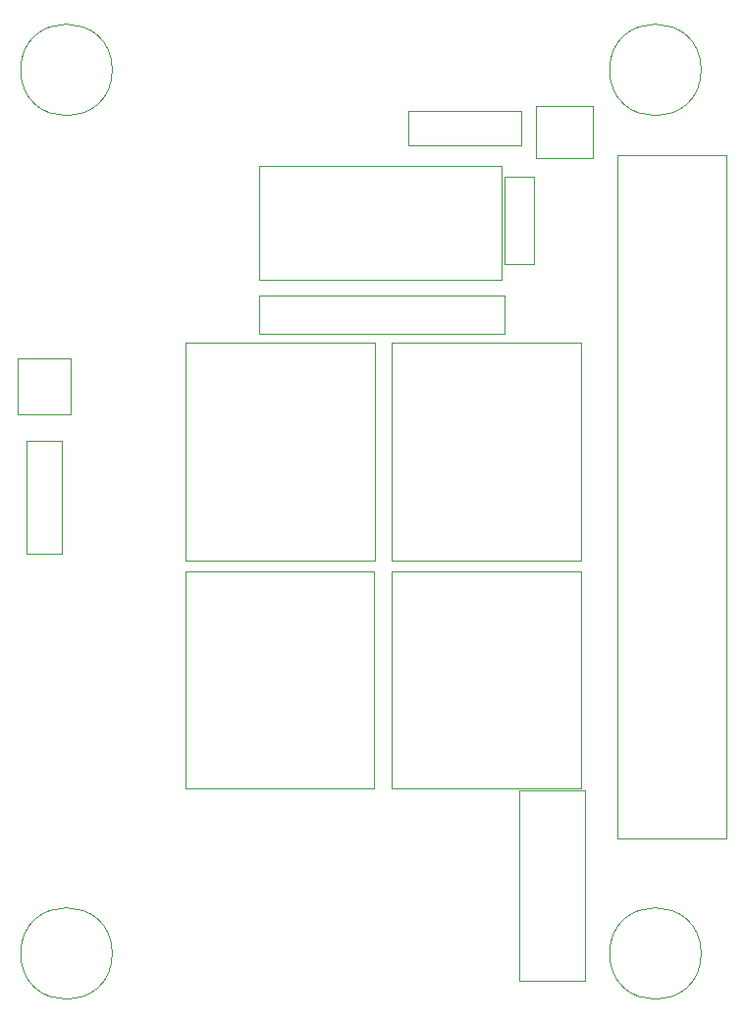
<source format=gbr>
G04 #@! TF.GenerationSoftware,KiCad,Pcbnew,(5.1.5)-3*
G04 #@! TF.CreationDate,2020-04-19T01:14:23-04:00*
G04 #@! TF.ProjectId,Pwr_Diff_Expansion,5077725f-4469-4666-965f-457870616e73,v1*
G04 #@! TF.SameCoordinates,Original*
G04 #@! TF.FileFunction,Other,User*
%FSLAX46Y46*%
G04 Gerber Fmt 4.6, Leading zero omitted, Abs format (unit mm)*
G04 Created by KiCad (PCBNEW (5.1.5)-3) date 2020-04-19 01:14:23*
%MOMM*%
%LPD*%
G04 APERTURE LIST*
%ADD10C,0.050000*%
G04 APERTURE END LIST*
D10*
X115749000Y-92651800D02*
X94549000Y-92651800D01*
X115749000Y-95951800D02*
X115749000Y-92651800D01*
X94549000Y-95951800D02*
X115749000Y-95951800D01*
X94549000Y-92651800D02*
X94549000Y-95951800D01*
X115451000Y-91317800D02*
X115451000Y-81517800D01*
X94601000Y-91317800D02*
X115451000Y-91317800D01*
X94601000Y-81517800D02*
X94601000Y-91317800D01*
X115451000Y-81517800D02*
X94601000Y-81517800D01*
X104531000Y-115502800D02*
X88221000Y-115502800D01*
X104531000Y-115502800D02*
X104531000Y-96762800D01*
X88221000Y-96762800D02*
X88221000Y-115502800D01*
X88221000Y-96762800D02*
X104531000Y-96762800D01*
X104501000Y-135187800D02*
X88191000Y-135187800D01*
X104501000Y-135187800D02*
X104501000Y-116447800D01*
X88191000Y-116447800D02*
X88191000Y-135187800D01*
X88191000Y-116447800D02*
X104501000Y-116447800D01*
X132711000Y-73219800D02*
G75*
G03X132711000Y-73219800I-3950000J0D01*
G01*
X122311000Y-135187800D02*
X106001000Y-135187800D01*
X122311000Y-135187800D02*
X122311000Y-116447800D01*
X106001000Y-116447800D02*
X106001000Y-135187800D01*
X106001000Y-116447800D02*
X122311000Y-116447800D01*
X122311000Y-115502800D02*
X106001000Y-115502800D01*
X122311000Y-115502800D02*
X122311000Y-96762800D01*
X106001000Y-96762800D02*
X106001000Y-115502800D01*
X106001000Y-96762800D02*
X122311000Y-96762800D01*
X81911000Y-73219800D02*
G75*
G03X81911000Y-73219800I-3950000J0D01*
G01*
X132711000Y-149419800D02*
G75*
G03X132711000Y-149419800I-3950000J0D01*
G01*
X81911000Y-149419800D02*
G75*
G03X81911000Y-149419800I-3950000J0D01*
G01*
X115751000Y-82463800D02*
X115751000Y-89963800D01*
X118251000Y-82463800D02*
X115751000Y-82463800D01*
X118251000Y-89963800D02*
X118251000Y-82463800D01*
X115751000Y-89963800D02*
X118251000Y-89963800D01*
X117171000Y-76717800D02*
X107451000Y-76717800D01*
X117171000Y-79717800D02*
X117171000Y-76717800D01*
X107451000Y-79717800D02*
X117171000Y-79717800D01*
X107451000Y-76717800D02*
X107451000Y-79717800D01*
X78279000Y-102932800D02*
X78279000Y-98082800D01*
X73779000Y-102932800D02*
X78279000Y-102932800D01*
X73779000Y-98082800D02*
X73779000Y-102932800D01*
X78279000Y-98082800D02*
X73779000Y-98082800D01*
X123342000Y-76339800D02*
X118492000Y-76339800D01*
X123342000Y-80839800D02*
X123342000Y-76339800D01*
X118492000Y-80839800D02*
X123342000Y-80839800D01*
X118492000Y-76339800D02*
X118492000Y-80839800D01*
X77549000Y-114932800D02*
X77549000Y-105212800D01*
X74549000Y-114932800D02*
X77549000Y-114932800D01*
X74549000Y-105212800D02*
X74549000Y-114932800D01*
X77549000Y-105212800D02*
X74549000Y-105212800D01*
X125491000Y-80567800D02*
X134851000Y-80567800D01*
X125491000Y-139527800D02*
X125491000Y-80567800D01*
X134851000Y-139527800D02*
X125491000Y-139527800D01*
X134851000Y-80567800D02*
X134851000Y-139527800D01*
X117021000Y-135377800D02*
X117021000Y-151777800D01*
X122721000Y-135377800D02*
X117021000Y-135377800D01*
X122721000Y-151777800D02*
X122721000Y-135377800D01*
X117021000Y-151777800D02*
X122721000Y-151777800D01*
M02*

</source>
